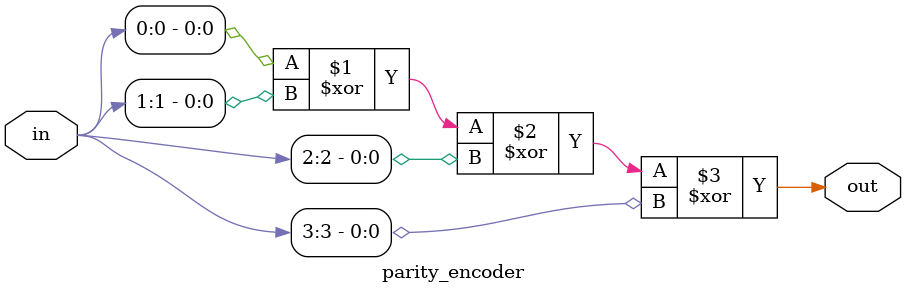
<source format=v>
`timescale 1ns / 1ps


module parity_encoder(in,out);
input [3:0]in;
output out;
assign out = in[0]^in[1]^in[2]^in[3];
endmodule

</source>
